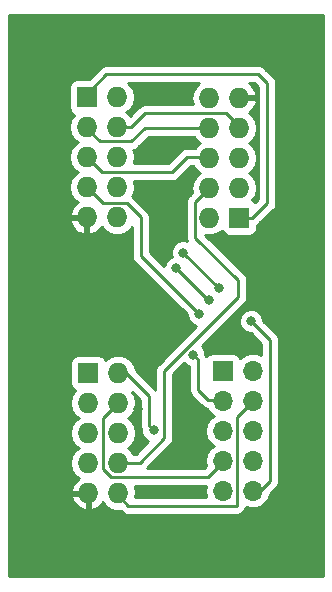
<source format=gbl>
G04 #@! TF.GenerationSoftware,KiCad,Pcbnew,5.0.2-bee76a0~70~ubuntu18.04.1*
G04 #@! TF.CreationDate,2019-12-09T23:25:51+09:00*
G04 #@! TF.ProjectId,LCD_adapter,4c43445f-6164-4617-9074-65722e6b6963,rev?*
G04 #@! TF.SameCoordinates,Original*
G04 #@! TF.FileFunction,Copper,L2,Bot*
G04 #@! TF.FilePolarity,Positive*
%FSLAX46Y46*%
G04 Gerber Fmt 4.6, Leading zero omitted, Abs format (unit mm)*
G04 Created by KiCad (PCBNEW 5.0.2-bee76a0~70~ubuntu18.04.1) date Mon 09 Dec 2019 11:25:51 PM JST*
%MOMM*%
%LPD*%
G01*
G04 APERTURE LIST*
G04 #@! TA.AperFunction,ComponentPad*
%ADD10R,1.727200X1.727200*%
G04 #@! TD*
G04 #@! TA.AperFunction,ComponentPad*
%ADD11O,1.727200X1.727200*%
G04 #@! TD*
G04 #@! TA.AperFunction,ComponentPad*
%ADD12R,1.700000X1.700000*%
G04 #@! TD*
G04 #@! TA.AperFunction,ComponentPad*
%ADD13O,1.700000X1.700000*%
G04 #@! TD*
G04 #@! TA.AperFunction,ViaPad*
%ADD14C,0.800000*%
G04 #@! TD*
G04 #@! TA.AperFunction,Conductor*
%ADD15C,0.250000*%
G04 #@! TD*
G04 #@! TA.AperFunction,Conductor*
%ADD16C,0.254000*%
G04 #@! TD*
G04 APERTURE END LIST*
D10*
G04 #@! TO.P,J2,1*
G04 #@! TO.N,BEEPER*
X89300000Y-88700000D03*
D11*
G04 #@! TO.P,J2,2*
G04 #@! TO.N,BTN_ENC*
X91840000Y-88700000D03*
G04 #@! TO.P,J2,3*
G04 #@! TO.N,LCD_EN*
X89300000Y-91240000D03*
G04 #@! TO.P,J2,4*
G04 #@! TO.N,LCD_RS*
X91840000Y-91240000D03*
G04 #@! TO.P,J2,5*
G04 #@! TO.N,LCD_D4*
X89300000Y-93780000D03*
G04 #@! TO.P,J2,6*
G04 #@! TO.N,LCD_D5*
X91840000Y-93780000D03*
G04 #@! TO.P,J2,7*
G04 #@! TO.N,LCD_D6*
X89300000Y-96320000D03*
G04 #@! TO.P,J2,8*
G04 #@! TO.N,LCD_D7*
X91840000Y-96320000D03*
G04 #@! TO.P,J2,9*
G04 #@! TO.N,GND*
X89300000Y-98860000D03*
G04 #@! TO.P,J2,10*
G04 #@! TO.N,+5V*
X91840000Y-98860000D03*
G04 #@! TD*
G04 #@! TO.P,J3,10*
G04 #@! TO.N,KILL*
X91940000Y-122210000D03*
G04 #@! TO.P,J3,9*
G04 #@! TO.N,GND*
X89400000Y-122210000D03*
G04 #@! TO.P,J3,8*
G04 #@! TO.N,EN*
X91940000Y-119670000D03*
G04 #@! TO.P,J3,7*
G04 #@! TO.N,SD_DET*
X89400000Y-119670000D03*
G04 #@! TO.P,J3,6*
G04 #@! TO.N,MOSI*
X91940000Y-117130000D03*
G04 #@! TO.P,J3,5*
G04 #@! TO.N,BTN_EN1*
X89400000Y-117130000D03*
G04 #@! TO.P,J3,4*
G04 #@! TO.N,SS*
X91940000Y-114590000D03*
G04 #@! TO.P,J3,3*
G04 #@! TO.N,BTN_EN2*
X89400000Y-114590000D03*
G04 #@! TO.P,J3,2*
G04 #@! TO.N,SCK*
X91940000Y-112050000D03*
D10*
G04 #@! TO.P,J3,1*
G04 #@! TO.N,MISO*
X89400000Y-112050000D03*
G04 #@! TD*
G04 #@! TO.P,J5,1*
G04 #@! TO.N,BEEPER*
X102200000Y-98900000D03*
D11*
G04 #@! TO.P,J5,2*
G04 #@! TO.N,BTN_ENC*
X99660000Y-98900000D03*
G04 #@! TO.P,J5,3*
G04 #@! TO.N,BTN_EN1*
X102200000Y-96360000D03*
G04 #@! TO.P,J5,4*
G04 #@! TO.N,EN*
X99660000Y-96360000D03*
G04 #@! TO.P,J5,5*
G04 #@! TO.N,BTN_EN2*
X102200000Y-93820000D03*
G04 #@! TO.P,J5,6*
G04 #@! TO.N,LCD_D4*
X99660000Y-93820000D03*
G04 #@! TO.P,J5,7*
G04 #@! TO.N,LCD_RS*
X102200000Y-91280000D03*
G04 #@! TO.P,J5,8*
G04 #@! TO.N,LCD_EN*
X99660000Y-91280000D03*
G04 #@! TO.P,J5,9*
G04 #@! TO.N,GND*
X102200000Y-88740000D03*
G04 #@! TO.P,J5,10*
G04 #@! TO.N,+5V*
X99660000Y-88740000D03*
G04 #@! TD*
D12*
G04 #@! TO.P,J6,1*
G04 #@! TO.N,MOSI*
X100800000Y-111850000D03*
D13*
G04 #@! TO.P,J6,2*
G04 #@! TO.N,N/C*
X103340000Y-111850000D03*
G04 #@! TO.P,J6,3*
G04 #@! TO.N,MISO*
X100800000Y-114390000D03*
G04 #@! TO.P,J6,4*
G04 #@! TO.N,KILL*
X103340000Y-114390000D03*
G04 #@! TO.P,J6,5*
G04 #@! TO.N,SCK*
X100800000Y-116930000D03*
G04 #@! TO.P,J6,6*
G04 #@! TO.N,LCD_D5*
X103340000Y-116930000D03*
G04 #@! TO.P,J6,7*
G04 #@! TO.N,SS*
X100800000Y-119470000D03*
G04 #@! TO.P,J6,8*
G04 #@! TO.N,LCD_D6*
X103340000Y-119470000D03*
G04 #@! TO.P,J6,9*
G04 #@! TO.N,SD_DET*
X100800000Y-122010000D03*
G04 #@! TO.P,J6,10*
G04 #@! TO.N,LCD_D7*
X103340000Y-122010000D03*
G04 #@! TD*
D14*
G04 #@! TO.N,GND*
X97550000Y-92650000D03*
X94300000Y-93100000D03*
X97550000Y-96300000D03*
X97600000Y-88150000D03*
X95150000Y-88200000D03*
X90700000Y-109100000D03*
X95900000Y-109050000D03*
X94250000Y-112100000D03*
X93650000Y-115100000D03*
X93600000Y-118250000D03*
X94800000Y-122200000D03*
X96350000Y-119750000D03*
X97450000Y-115450000D03*
X96050000Y-98750000D03*
X96400000Y-124850000D03*
X92450000Y-105550000D03*
X100850000Y-85750000D03*
X93850000Y-96800000D03*
X103050000Y-109450000D03*
G04 #@! TO.N,LCD_D5*
X97450000Y-101850000D03*
X100450000Y-104850000D03*
G04 #@! TO.N,LCD_D6*
X98800000Y-107050000D03*
G04 #@! TO.N,LCD_D7*
X96850000Y-103150000D03*
X99600000Y-105850000D03*
X103200000Y-107650000D03*
G04 #@! TO.N,SCK*
X94950000Y-116900000D03*
G04 #@! TO.N,MISO*
X98300000Y-110500000D03*
G04 #@! TD*
D15*
G04 #@! TO.N,GND*
X90700000Y-107300000D02*
X92450000Y-105550000D01*
X90700000Y-109100000D02*
X90700000Y-107300000D01*
X93650000Y-118200000D02*
X93600000Y-118250000D01*
X93650000Y-115100000D02*
X93650000Y-118200000D01*
X96350000Y-119750000D02*
X97500000Y-118600000D01*
X97450000Y-118550000D02*
X97450000Y-115450000D01*
X97500000Y-118600000D02*
X97450000Y-118550000D01*
X97100000Y-93100000D02*
X97550000Y-92650000D01*
X94300000Y-93100000D02*
X97100000Y-93100000D01*
X97550000Y-97250000D02*
X97550000Y-96300000D01*
X96050000Y-98750000D02*
X97550000Y-97250000D01*
G04 #@! TO.N,BEEPER*
X103313600Y-98900000D02*
X104550000Y-97663600D01*
X102200000Y-98900000D02*
X103313600Y-98900000D01*
X104550000Y-97663600D02*
X104550000Y-87500000D01*
X104550000Y-87500000D02*
X103800000Y-86750000D01*
X103800000Y-86750000D02*
X90950000Y-86750000D01*
X90950000Y-86750000D02*
X89400000Y-88300000D01*
X89400000Y-88300000D02*
X89400000Y-88750000D01*
G04 #@! TO.N,LCD_EN*
X99660000Y-91280000D02*
X94220000Y-91280000D01*
X93071399Y-92428601D02*
X90421399Y-92428601D01*
X94220000Y-91280000D02*
X93071399Y-92428601D01*
X90421399Y-92428601D02*
X89342798Y-91350000D01*
X89342798Y-91350000D02*
X89250000Y-91350000D01*
G04 #@! TO.N,LCD_RS*
X93061314Y-91240000D02*
X94251314Y-90050000D01*
X91840000Y-91240000D02*
X93061314Y-91240000D01*
X94251314Y-90050000D02*
X101100000Y-90050000D01*
X101100000Y-90050000D02*
X102100000Y-91050000D01*
G04 #@! TO.N,LCD_D4*
X89300000Y-93780000D02*
X90570000Y-95050000D01*
X90570000Y-95050000D02*
X96500000Y-95050000D01*
X96500000Y-95050000D02*
X97800000Y-93750000D01*
X97800000Y-93750000D02*
X99550000Y-93750000D01*
G04 #@! TO.N,LCD_D5*
X97450000Y-101850000D02*
X100450000Y-104850000D01*
G04 #@! TO.N,LCD_D6*
X90651399Y-97671399D02*
X92671399Y-97671399D01*
X89300000Y-96320000D02*
X90651399Y-97671399D01*
X92671399Y-97671399D02*
X93850000Y-98850000D01*
X93850000Y-98850000D02*
X93850000Y-102100000D01*
X93850000Y-102100000D02*
X98800000Y-107050000D01*
G04 #@! TO.N,LCD_D7*
X96850000Y-103150000D02*
X99550000Y-105850000D01*
X99550000Y-105850000D02*
X99600000Y-105850000D01*
X103200000Y-107650000D02*
X104800000Y-109250000D01*
X104800000Y-109250000D02*
X104800000Y-121200000D01*
X104800000Y-121200000D02*
X103950000Y-122050000D01*
X103950000Y-122050000D02*
X103550000Y-122050000D01*
G04 #@! TO.N,KILL*
X101975001Y-115754999D02*
X101975001Y-123274999D01*
X103340000Y-114390000D02*
X101975001Y-115754999D01*
X101975001Y-123274999D02*
X92774999Y-123274999D01*
X92774999Y-123274999D02*
X92000000Y-122500000D01*
G04 #@! TO.N,EN*
X98471399Y-97548601D02*
X98471399Y-100578601D01*
X99660000Y-96360000D02*
X98471399Y-97548601D01*
X98471399Y-100578601D02*
X102092798Y-104200000D01*
X102092798Y-104200000D02*
X102092798Y-105607202D01*
X102092798Y-105607202D02*
X95850000Y-111850000D01*
X95850000Y-111850000D02*
X95850000Y-117550000D01*
X95850000Y-117550000D02*
X93750000Y-119650000D01*
X93750000Y-119650000D02*
X92100000Y-119650000D01*
G04 #@! TO.N,SS*
X91940000Y-114590000D02*
X90650000Y-115880000D01*
X91369471Y-120858601D02*
X99541399Y-120858601D01*
X90650000Y-115880000D02*
X90650000Y-120139130D01*
X90650000Y-120139130D02*
X91369471Y-120858601D01*
X99541399Y-120858601D02*
X100750000Y-119650000D01*
G04 #@! TO.N,SCK*
X94550001Y-116500001D02*
X94550001Y-114000001D01*
X94950000Y-116900000D02*
X94550001Y-116500001D01*
X94550001Y-114000001D02*
X92450000Y-111900000D01*
X92450000Y-111900000D02*
X92100000Y-111900000D01*
X92100000Y-111900000D02*
X92200000Y-112000000D01*
G04 #@! TO.N,MISO*
X98699999Y-110899999D02*
X98699999Y-113449999D01*
X98300000Y-110500000D02*
X98699999Y-110899999D01*
X98699999Y-113449999D02*
X99550000Y-114300000D01*
X99550000Y-114300000D02*
X100650000Y-114300000D01*
G04 #@! TD*
D16*
G04 #@! TO.N,GND*
G36*
X109265001Y-129265000D02*
X82735000Y-129265000D01*
X82735000Y-122569026D01*
X87945042Y-122569026D01*
X88117312Y-122984947D01*
X88511510Y-123416821D01*
X89040973Y-123664968D01*
X89273000Y-123544469D01*
X89273000Y-122337000D01*
X88066183Y-122337000D01*
X87945042Y-122569026D01*
X82735000Y-122569026D01*
X82735000Y-99219026D01*
X87845042Y-99219026D01*
X88017312Y-99634947D01*
X88411510Y-100066821D01*
X88940973Y-100314968D01*
X89173000Y-100194469D01*
X89173000Y-98987000D01*
X87966183Y-98987000D01*
X87845042Y-99219026D01*
X82735000Y-99219026D01*
X82735000Y-91240000D01*
X87772041Y-91240000D01*
X87888350Y-91824725D01*
X88219570Y-92320430D01*
X88503281Y-92510000D01*
X88219570Y-92699570D01*
X87888350Y-93195275D01*
X87772041Y-93780000D01*
X87888350Y-94364725D01*
X88219570Y-94860430D01*
X88503281Y-95050000D01*
X88219570Y-95239570D01*
X87888350Y-95735275D01*
X87772041Y-96320000D01*
X87888350Y-96904725D01*
X88219570Y-97400430D01*
X88521021Y-97601854D01*
X88411510Y-97653179D01*
X88017312Y-98085053D01*
X87845042Y-98500974D01*
X87966183Y-98733000D01*
X89173000Y-98733000D01*
X89173000Y-98713000D01*
X89427000Y-98713000D01*
X89427000Y-98733000D01*
X89447000Y-98733000D01*
X89447000Y-98987000D01*
X89427000Y-98987000D01*
X89427000Y-100194469D01*
X89659027Y-100314968D01*
X90188490Y-100066821D01*
X90566963Y-99652174D01*
X90759570Y-99940430D01*
X91255275Y-100271650D01*
X91692402Y-100358600D01*
X91987598Y-100358600D01*
X92424725Y-100271650D01*
X92920430Y-99940430D01*
X93090000Y-99686651D01*
X93090001Y-102025148D01*
X93075112Y-102100000D01*
X93090001Y-102174852D01*
X93134097Y-102396537D01*
X93302072Y-102647929D01*
X93365528Y-102690329D01*
X97765000Y-107089802D01*
X97765000Y-107255874D01*
X97922569Y-107636280D01*
X98213720Y-107927431D01*
X98555993Y-108069205D01*
X95365530Y-111259669D01*
X95302071Y-111302071D01*
X95134096Y-111553464D01*
X95090000Y-111775149D01*
X95090000Y-111775153D01*
X95075112Y-111850000D01*
X95090000Y-111924847D01*
X95090000Y-113446774D01*
X95034474Y-113409672D01*
X93416599Y-111791798D01*
X93351650Y-111465275D01*
X93020430Y-110969570D01*
X92524725Y-110638350D01*
X92087598Y-110551400D01*
X91792402Y-110551400D01*
X91355275Y-110638350D01*
X90866932Y-110964651D01*
X90861757Y-110938635D01*
X90721409Y-110728591D01*
X90511365Y-110588243D01*
X90263600Y-110538960D01*
X88536400Y-110538960D01*
X88288635Y-110588243D01*
X88078591Y-110728591D01*
X87938243Y-110938635D01*
X87888960Y-111186400D01*
X87888960Y-112913600D01*
X87938243Y-113161365D01*
X88078591Y-113371409D01*
X88288635Y-113511757D01*
X88314651Y-113516932D01*
X87988350Y-114005275D01*
X87872041Y-114590000D01*
X87988350Y-115174725D01*
X88319570Y-115670430D01*
X88603281Y-115860000D01*
X88319570Y-116049570D01*
X87988350Y-116545275D01*
X87872041Y-117130000D01*
X87988350Y-117714725D01*
X88319570Y-118210430D01*
X88603281Y-118400000D01*
X88319570Y-118589570D01*
X87988350Y-119085275D01*
X87872041Y-119670000D01*
X87988350Y-120254725D01*
X88319570Y-120750430D01*
X88621021Y-120951854D01*
X88511510Y-121003179D01*
X88117312Y-121435053D01*
X87945042Y-121850974D01*
X88066183Y-122083000D01*
X89273000Y-122083000D01*
X89273000Y-122063000D01*
X89527000Y-122063000D01*
X89527000Y-122083000D01*
X89547000Y-122083000D01*
X89547000Y-122337000D01*
X89527000Y-122337000D01*
X89527000Y-123544469D01*
X89759027Y-123664968D01*
X90288490Y-123416821D01*
X90666963Y-123002174D01*
X90859570Y-123290430D01*
X91355275Y-123621650D01*
X91792402Y-123708600D01*
X92087598Y-123708600D01*
X92126133Y-123700935D01*
X92184670Y-123759472D01*
X92227070Y-123822928D01*
X92478462Y-123990903D01*
X92700147Y-124034999D01*
X92700151Y-124034999D01*
X92774998Y-124049887D01*
X92849845Y-124034999D01*
X101900149Y-124034999D01*
X101975001Y-124049888D01*
X102271538Y-123990903D01*
X102522930Y-123822928D01*
X102690905Y-123571536D01*
X102727645Y-123386831D01*
X102760582Y-123408839D01*
X103193744Y-123495000D01*
X103486256Y-123495000D01*
X103919418Y-123408839D01*
X104410625Y-123080625D01*
X104738839Y-122589418D01*
X104801772Y-122273029D01*
X105284473Y-121790329D01*
X105347929Y-121747929D01*
X105515904Y-121496537D01*
X105560000Y-121274852D01*
X105560000Y-121274848D01*
X105574888Y-121200000D01*
X105560000Y-121125152D01*
X105560000Y-109324848D01*
X105574888Y-109250000D01*
X105560000Y-109175152D01*
X105560000Y-109175148D01*
X105515904Y-108953463D01*
X105515904Y-108953462D01*
X105390329Y-108765527D01*
X105347929Y-108702071D01*
X105284473Y-108659671D01*
X104235000Y-107610199D01*
X104235000Y-107444126D01*
X104077431Y-107063720D01*
X103786280Y-106772569D01*
X103405874Y-106615000D01*
X102994126Y-106615000D01*
X102613720Y-106772569D01*
X102322569Y-107063720D01*
X102165000Y-107444126D01*
X102165000Y-107855874D01*
X102322569Y-108236280D01*
X102613720Y-108527431D01*
X102994126Y-108685000D01*
X103160199Y-108685000D01*
X104040000Y-109564802D01*
X104040000Y-110531731D01*
X103919418Y-110451161D01*
X103486256Y-110365000D01*
X103193744Y-110365000D01*
X102760582Y-110451161D01*
X102269375Y-110779375D01*
X102257184Y-110797619D01*
X102248157Y-110752235D01*
X102107809Y-110542191D01*
X101897765Y-110401843D01*
X101650000Y-110352560D01*
X99950000Y-110352560D01*
X99702235Y-110401843D01*
X99492191Y-110542191D01*
X99424012Y-110644228D01*
X99415903Y-110603462D01*
X99335000Y-110482382D01*
X99335000Y-110294126D01*
X99177431Y-109913720D01*
X99019256Y-109755545D01*
X102577271Y-106197531D01*
X102640727Y-106155131D01*
X102808702Y-105903739D01*
X102852798Y-105682054D01*
X102852798Y-105682050D01*
X102867686Y-105607202D01*
X102852798Y-105532354D01*
X102852798Y-104274848D01*
X102867686Y-104200000D01*
X102852798Y-104125152D01*
X102852798Y-104125148D01*
X102808702Y-103903463D01*
X102640727Y-103652071D01*
X102577271Y-103609671D01*
X99329896Y-100362297D01*
X99512402Y-100398600D01*
X99807598Y-100398600D01*
X100244725Y-100311650D01*
X100733068Y-99985349D01*
X100738243Y-100011365D01*
X100878591Y-100221409D01*
X101088635Y-100361757D01*
X101336400Y-100411040D01*
X103063600Y-100411040D01*
X103311365Y-100361757D01*
X103521409Y-100221409D01*
X103661757Y-100011365D01*
X103711040Y-99763600D01*
X103711040Y-99548483D01*
X103861529Y-99447929D01*
X103903931Y-99384470D01*
X105034473Y-98253929D01*
X105097929Y-98211529D01*
X105214947Y-98036400D01*
X105265904Y-97960138D01*
X105288779Y-97845138D01*
X105310000Y-97738452D01*
X105310000Y-97738448D01*
X105324888Y-97663600D01*
X105310000Y-97588752D01*
X105310000Y-87574846D01*
X105324888Y-87499999D01*
X105310000Y-87425152D01*
X105310000Y-87425148D01*
X105265904Y-87203463D01*
X105097929Y-86952071D01*
X105034473Y-86909671D01*
X104390331Y-86265530D01*
X104347929Y-86202071D01*
X104096537Y-86034096D01*
X103874852Y-85990000D01*
X103874847Y-85990000D01*
X103800000Y-85975112D01*
X103725153Y-85990000D01*
X91024846Y-85990000D01*
X90949999Y-85975112D01*
X90875152Y-85990000D01*
X90875148Y-85990000D01*
X90653463Y-86034096D01*
X90402071Y-86202071D01*
X90359671Y-86265527D01*
X89436239Y-87188960D01*
X88436400Y-87188960D01*
X88188635Y-87238243D01*
X87978591Y-87378591D01*
X87838243Y-87588635D01*
X87788960Y-87836400D01*
X87788960Y-89563600D01*
X87838243Y-89811365D01*
X87978591Y-90021409D01*
X88188635Y-90161757D01*
X88214651Y-90166932D01*
X87888350Y-90655275D01*
X87772041Y-91240000D01*
X82735000Y-91240000D01*
X82735000Y-81735000D01*
X109265000Y-81735000D01*
X109265001Y-129265000D01*
X109265001Y-129265000D01*
G37*
X109265001Y-129265000D02*
X82735000Y-129265000D01*
X82735000Y-122569026D01*
X87945042Y-122569026D01*
X88117312Y-122984947D01*
X88511510Y-123416821D01*
X89040973Y-123664968D01*
X89273000Y-123544469D01*
X89273000Y-122337000D01*
X88066183Y-122337000D01*
X87945042Y-122569026D01*
X82735000Y-122569026D01*
X82735000Y-99219026D01*
X87845042Y-99219026D01*
X88017312Y-99634947D01*
X88411510Y-100066821D01*
X88940973Y-100314968D01*
X89173000Y-100194469D01*
X89173000Y-98987000D01*
X87966183Y-98987000D01*
X87845042Y-99219026D01*
X82735000Y-99219026D01*
X82735000Y-91240000D01*
X87772041Y-91240000D01*
X87888350Y-91824725D01*
X88219570Y-92320430D01*
X88503281Y-92510000D01*
X88219570Y-92699570D01*
X87888350Y-93195275D01*
X87772041Y-93780000D01*
X87888350Y-94364725D01*
X88219570Y-94860430D01*
X88503281Y-95050000D01*
X88219570Y-95239570D01*
X87888350Y-95735275D01*
X87772041Y-96320000D01*
X87888350Y-96904725D01*
X88219570Y-97400430D01*
X88521021Y-97601854D01*
X88411510Y-97653179D01*
X88017312Y-98085053D01*
X87845042Y-98500974D01*
X87966183Y-98733000D01*
X89173000Y-98733000D01*
X89173000Y-98713000D01*
X89427000Y-98713000D01*
X89427000Y-98733000D01*
X89447000Y-98733000D01*
X89447000Y-98987000D01*
X89427000Y-98987000D01*
X89427000Y-100194469D01*
X89659027Y-100314968D01*
X90188490Y-100066821D01*
X90566963Y-99652174D01*
X90759570Y-99940430D01*
X91255275Y-100271650D01*
X91692402Y-100358600D01*
X91987598Y-100358600D01*
X92424725Y-100271650D01*
X92920430Y-99940430D01*
X93090000Y-99686651D01*
X93090001Y-102025148D01*
X93075112Y-102100000D01*
X93090001Y-102174852D01*
X93134097Y-102396537D01*
X93302072Y-102647929D01*
X93365528Y-102690329D01*
X97765000Y-107089802D01*
X97765000Y-107255874D01*
X97922569Y-107636280D01*
X98213720Y-107927431D01*
X98555993Y-108069205D01*
X95365530Y-111259669D01*
X95302071Y-111302071D01*
X95134096Y-111553464D01*
X95090000Y-111775149D01*
X95090000Y-111775153D01*
X95075112Y-111850000D01*
X95090000Y-111924847D01*
X95090000Y-113446774D01*
X95034474Y-113409672D01*
X93416599Y-111791798D01*
X93351650Y-111465275D01*
X93020430Y-110969570D01*
X92524725Y-110638350D01*
X92087598Y-110551400D01*
X91792402Y-110551400D01*
X91355275Y-110638350D01*
X90866932Y-110964651D01*
X90861757Y-110938635D01*
X90721409Y-110728591D01*
X90511365Y-110588243D01*
X90263600Y-110538960D01*
X88536400Y-110538960D01*
X88288635Y-110588243D01*
X88078591Y-110728591D01*
X87938243Y-110938635D01*
X87888960Y-111186400D01*
X87888960Y-112913600D01*
X87938243Y-113161365D01*
X88078591Y-113371409D01*
X88288635Y-113511757D01*
X88314651Y-113516932D01*
X87988350Y-114005275D01*
X87872041Y-114590000D01*
X87988350Y-115174725D01*
X88319570Y-115670430D01*
X88603281Y-115860000D01*
X88319570Y-116049570D01*
X87988350Y-116545275D01*
X87872041Y-117130000D01*
X87988350Y-117714725D01*
X88319570Y-118210430D01*
X88603281Y-118400000D01*
X88319570Y-118589570D01*
X87988350Y-119085275D01*
X87872041Y-119670000D01*
X87988350Y-120254725D01*
X88319570Y-120750430D01*
X88621021Y-120951854D01*
X88511510Y-121003179D01*
X88117312Y-121435053D01*
X87945042Y-121850974D01*
X88066183Y-122083000D01*
X89273000Y-122083000D01*
X89273000Y-122063000D01*
X89527000Y-122063000D01*
X89527000Y-122083000D01*
X89547000Y-122083000D01*
X89547000Y-122337000D01*
X89527000Y-122337000D01*
X89527000Y-123544469D01*
X89759027Y-123664968D01*
X90288490Y-123416821D01*
X90666963Y-123002174D01*
X90859570Y-123290430D01*
X91355275Y-123621650D01*
X91792402Y-123708600D01*
X92087598Y-123708600D01*
X92126133Y-123700935D01*
X92184670Y-123759472D01*
X92227070Y-123822928D01*
X92478462Y-123990903D01*
X92700147Y-124034999D01*
X92700151Y-124034999D01*
X92774998Y-124049887D01*
X92849845Y-124034999D01*
X101900149Y-124034999D01*
X101975001Y-124049888D01*
X102271538Y-123990903D01*
X102522930Y-123822928D01*
X102690905Y-123571536D01*
X102727645Y-123386831D01*
X102760582Y-123408839D01*
X103193744Y-123495000D01*
X103486256Y-123495000D01*
X103919418Y-123408839D01*
X104410625Y-123080625D01*
X104738839Y-122589418D01*
X104801772Y-122273029D01*
X105284473Y-121790329D01*
X105347929Y-121747929D01*
X105515904Y-121496537D01*
X105560000Y-121274852D01*
X105560000Y-121274848D01*
X105574888Y-121200000D01*
X105560000Y-121125152D01*
X105560000Y-109324848D01*
X105574888Y-109250000D01*
X105560000Y-109175152D01*
X105560000Y-109175148D01*
X105515904Y-108953463D01*
X105515904Y-108953462D01*
X105390329Y-108765527D01*
X105347929Y-108702071D01*
X105284473Y-108659671D01*
X104235000Y-107610199D01*
X104235000Y-107444126D01*
X104077431Y-107063720D01*
X103786280Y-106772569D01*
X103405874Y-106615000D01*
X102994126Y-106615000D01*
X102613720Y-106772569D01*
X102322569Y-107063720D01*
X102165000Y-107444126D01*
X102165000Y-107855874D01*
X102322569Y-108236280D01*
X102613720Y-108527431D01*
X102994126Y-108685000D01*
X103160199Y-108685000D01*
X104040000Y-109564802D01*
X104040000Y-110531731D01*
X103919418Y-110451161D01*
X103486256Y-110365000D01*
X103193744Y-110365000D01*
X102760582Y-110451161D01*
X102269375Y-110779375D01*
X102257184Y-110797619D01*
X102248157Y-110752235D01*
X102107809Y-110542191D01*
X101897765Y-110401843D01*
X101650000Y-110352560D01*
X99950000Y-110352560D01*
X99702235Y-110401843D01*
X99492191Y-110542191D01*
X99424012Y-110644228D01*
X99415903Y-110603462D01*
X99335000Y-110482382D01*
X99335000Y-110294126D01*
X99177431Y-109913720D01*
X99019256Y-109755545D01*
X102577271Y-106197531D01*
X102640727Y-106155131D01*
X102808702Y-105903739D01*
X102852798Y-105682054D01*
X102852798Y-105682050D01*
X102867686Y-105607202D01*
X102852798Y-105532354D01*
X102852798Y-104274848D01*
X102867686Y-104200000D01*
X102852798Y-104125152D01*
X102852798Y-104125148D01*
X102808702Y-103903463D01*
X102640727Y-103652071D01*
X102577271Y-103609671D01*
X99329896Y-100362297D01*
X99512402Y-100398600D01*
X99807598Y-100398600D01*
X100244725Y-100311650D01*
X100733068Y-99985349D01*
X100738243Y-100011365D01*
X100878591Y-100221409D01*
X101088635Y-100361757D01*
X101336400Y-100411040D01*
X103063600Y-100411040D01*
X103311365Y-100361757D01*
X103521409Y-100221409D01*
X103661757Y-100011365D01*
X103711040Y-99763600D01*
X103711040Y-99548483D01*
X103861529Y-99447929D01*
X103903931Y-99384470D01*
X105034473Y-98253929D01*
X105097929Y-98211529D01*
X105214947Y-98036400D01*
X105265904Y-97960138D01*
X105288779Y-97845138D01*
X105310000Y-97738452D01*
X105310000Y-97738448D01*
X105324888Y-97663600D01*
X105310000Y-97588752D01*
X105310000Y-87574846D01*
X105324888Y-87499999D01*
X105310000Y-87425152D01*
X105310000Y-87425148D01*
X105265904Y-87203463D01*
X105097929Y-86952071D01*
X105034473Y-86909671D01*
X104390331Y-86265530D01*
X104347929Y-86202071D01*
X104096537Y-86034096D01*
X103874852Y-85990000D01*
X103874847Y-85990000D01*
X103800000Y-85975112D01*
X103725153Y-85990000D01*
X91024846Y-85990000D01*
X90949999Y-85975112D01*
X90875152Y-85990000D01*
X90875148Y-85990000D01*
X90653463Y-86034096D01*
X90402071Y-86202071D01*
X90359671Y-86265527D01*
X89436239Y-87188960D01*
X88436400Y-87188960D01*
X88188635Y-87238243D01*
X87978591Y-87378591D01*
X87838243Y-87588635D01*
X87788960Y-87836400D01*
X87788960Y-89563600D01*
X87838243Y-89811365D01*
X87978591Y-90021409D01*
X88188635Y-90161757D01*
X88214651Y-90166932D01*
X87888350Y-90655275D01*
X87772041Y-91240000D01*
X82735000Y-91240000D01*
X82735000Y-81735000D01*
X109265000Y-81735000D01*
X109265001Y-129265000D01*
G36*
X99285908Y-122010000D02*
X99386358Y-122514999D01*
X93407291Y-122514999D01*
X93467959Y-122210000D01*
X93351650Y-121625275D01*
X93347191Y-121618601D01*
X99363762Y-121618601D01*
X99285908Y-122010000D01*
X99285908Y-122010000D01*
G37*
X99285908Y-122010000D02*
X99386358Y-122514999D01*
X93407291Y-122514999D01*
X93467959Y-122210000D01*
X93351650Y-121625275D01*
X93347191Y-121618601D01*
X99363762Y-121618601D01*
X99285908Y-122010000D01*
G36*
X97713720Y-111377431D02*
X97939999Y-111471159D01*
X97940000Y-113375147D01*
X97925111Y-113449999D01*
X97984096Y-113746536D01*
X98103442Y-113925149D01*
X98152071Y-113997928D01*
X98215527Y-114040328D01*
X98959671Y-114784473D01*
X99002071Y-114847929D01*
X99253463Y-115015904D01*
X99459622Y-115056912D01*
X99729375Y-115460625D01*
X100027761Y-115660000D01*
X99729375Y-115859375D01*
X99401161Y-116350582D01*
X99285908Y-116930000D01*
X99401161Y-117509418D01*
X99729375Y-118000625D01*
X100027761Y-118200000D01*
X99729375Y-118399375D01*
X99401161Y-118890582D01*
X99285908Y-119470000D01*
X99380359Y-119944840D01*
X99226598Y-120098601D01*
X94376200Y-120098601D01*
X96334476Y-118140327D01*
X96397929Y-118097929D01*
X96440327Y-118034476D01*
X96440329Y-118034474D01*
X96565903Y-117846538D01*
X96565904Y-117846537D01*
X96610000Y-117624852D01*
X96610000Y-117624848D01*
X96624888Y-117550001D01*
X96610000Y-117475154D01*
X96610000Y-112164801D01*
X97555545Y-111219256D01*
X97713720Y-111377431D01*
X97713720Y-111377431D01*
G37*
X97713720Y-111377431D02*
X97939999Y-111471159D01*
X97940000Y-113375147D01*
X97925111Y-113449999D01*
X97984096Y-113746536D01*
X98103442Y-113925149D01*
X98152071Y-113997928D01*
X98215527Y-114040328D01*
X98959671Y-114784473D01*
X99002071Y-114847929D01*
X99253463Y-115015904D01*
X99459622Y-115056912D01*
X99729375Y-115460625D01*
X100027761Y-115660000D01*
X99729375Y-115859375D01*
X99401161Y-116350582D01*
X99285908Y-116930000D01*
X99401161Y-117509418D01*
X99729375Y-118000625D01*
X100027761Y-118200000D01*
X99729375Y-118399375D01*
X99401161Y-118890582D01*
X99285908Y-119470000D01*
X99380359Y-119944840D01*
X99226598Y-120098601D01*
X94376200Y-120098601D01*
X96334476Y-118140327D01*
X96397929Y-118097929D01*
X96440327Y-118034476D01*
X96440329Y-118034474D01*
X96565903Y-117846538D01*
X96565904Y-117846537D01*
X96610000Y-117624852D01*
X96610000Y-117624848D01*
X96624888Y-117550001D01*
X96610000Y-117475154D01*
X96610000Y-112164801D01*
X97555545Y-111219256D01*
X97713720Y-111377431D01*
G36*
X93790002Y-114314804D02*
X93790001Y-116425154D01*
X93775113Y-116500001D01*
X93790001Y-116574848D01*
X93790001Y-116574852D01*
X93834097Y-116796537D01*
X93915000Y-116917617D01*
X93915000Y-117105874D01*
X94072569Y-117486280D01*
X94363720Y-117777431D01*
X94493861Y-117831337D01*
X93435199Y-118890000D01*
X93221171Y-118890000D01*
X93020430Y-118589570D01*
X92736719Y-118400000D01*
X93020430Y-118210430D01*
X93351650Y-117714725D01*
X93467959Y-117130000D01*
X93351650Y-116545275D01*
X93020430Y-116049570D01*
X92736719Y-115860000D01*
X93020430Y-115670430D01*
X93351650Y-115174725D01*
X93467959Y-114590000D01*
X93351650Y-114005275D01*
X93092241Y-113617042D01*
X93790002Y-114314804D01*
X93790002Y-114314804D01*
G37*
X93790002Y-114314804D02*
X93790001Y-116425154D01*
X93775113Y-116500001D01*
X93790001Y-116574848D01*
X93790001Y-116574852D01*
X93834097Y-116796537D01*
X93915000Y-116917617D01*
X93915000Y-117105874D01*
X94072569Y-117486280D01*
X94363720Y-117777431D01*
X94493861Y-117831337D01*
X93435199Y-118890000D01*
X93221171Y-118890000D01*
X93020430Y-118589570D01*
X92736719Y-118400000D01*
X93020430Y-118210430D01*
X93351650Y-117714725D01*
X93467959Y-117130000D01*
X93351650Y-116545275D01*
X93020430Y-116049570D01*
X92736719Y-115860000D01*
X93020430Y-115670430D01*
X93351650Y-115174725D01*
X93467959Y-114590000D01*
X93351650Y-114005275D01*
X93092241Y-113617042D01*
X93790002Y-114314804D01*
G36*
X98579570Y-94900430D02*
X98863281Y-95090000D01*
X98579570Y-95279570D01*
X98248350Y-95775275D01*
X98132041Y-96360000D01*
X98207225Y-96737974D01*
X97986929Y-96958270D01*
X97923470Y-97000672D01*
X97755495Y-97252065D01*
X97711399Y-97473750D01*
X97711399Y-97473754D01*
X97696511Y-97548601D01*
X97711399Y-97623448D01*
X97711400Y-100503749D01*
X97696511Y-100578601D01*
X97711400Y-100653453D01*
X97751405Y-100854570D01*
X97655874Y-100815000D01*
X97244126Y-100815000D01*
X96863720Y-100972569D01*
X96572569Y-101263720D01*
X96415000Y-101644126D01*
X96415000Y-102055874D01*
X96469459Y-102187349D01*
X96263720Y-102272569D01*
X95972569Y-102563720D01*
X95815000Y-102944126D01*
X95815000Y-102990199D01*
X94610000Y-101785199D01*
X94610000Y-98924848D01*
X94624888Y-98850000D01*
X94610000Y-98775152D01*
X94610000Y-98775148D01*
X94565904Y-98553463D01*
X94397929Y-98302071D01*
X94334473Y-98259671D01*
X93261730Y-97186929D01*
X93219328Y-97123470D01*
X93140626Y-97070883D01*
X93251650Y-96904725D01*
X93367959Y-96320000D01*
X93266514Y-95810000D01*
X96425153Y-95810000D01*
X96500000Y-95824888D01*
X96574847Y-95810000D01*
X96574852Y-95810000D01*
X96796537Y-95765904D01*
X97047929Y-95597929D01*
X97090331Y-95534470D01*
X98114802Y-94510000D01*
X98318693Y-94510000D01*
X98579570Y-94900430D01*
X98579570Y-94900430D01*
G37*
X98579570Y-94900430D02*
X98863281Y-95090000D01*
X98579570Y-95279570D01*
X98248350Y-95775275D01*
X98132041Y-96360000D01*
X98207225Y-96737974D01*
X97986929Y-96958270D01*
X97923470Y-97000672D01*
X97755495Y-97252065D01*
X97711399Y-97473750D01*
X97711399Y-97473754D01*
X97696511Y-97548601D01*
X97711399Y-97623448D01*
X97711400Y-100503749D01*
X97696511Y-100578601D01*
X97711400Y-100653453D01*
X97751405Y-100854570D01*
X97655874Y-100815000D01*
X97244126Y-100815000D01*
X96863720Y-100972569D01*
X96572569Y-101263720D01*
X96415000Y-101644126D01*
X96415000Y-102055874D01*
X96469459Y-102187349D01*
X96263720Y-102272569D01*
X95972569Y-102563720D01*
X95815000Y-102944126D01*
X95815000Y-102990199D01*
X94610000Y-101785199D01*
X94610000Y-98924848D01*
X94624888Y-98850000D01*
X94610000Y-98775152D01*
X94610000Y-98775148D01*
X94565904Y-98553463D01*
X94397929Y-98302071D01*
X94334473Y-98259671D01*
X93261730Y-97186929D01*
X93219328Y-97123470D01*
X93140626Y-97070883D01*
X93251650Y-96904725D01*
X93367959Y-96320000D01*
X93266514Y-95810000D01*
X96425153Y-95810000D01*
X96500000Y-95824888D01*
X96574847Y-95810000D01*
X96574852Y-95810000D01*
X96796537Y-95765904D01*
X97047929Y-95597929D01*
X97090331Y-95534470D01*
X98114802Y-94510000D01*
X98318693Y-94510000D01*
X98579570Y-94900430D01*
G36*
X103790001Y-87814803D02*
X103790000Y-97348798D01*
X103536950Y-97601849D01*
X103521409Y-97578591D01*
X103311365Y-97438243D01*
X103285349Y-97433068D01*
X103611650Y-96944725D01*
X103727959Y-96360000D01*
X103611650Y-95775275D01*
X103280430Y-95279570D01*
X102996719Y-95090000D01*
X103280430Y-94900430D01*
X103611650Y-94404725D01*
X103727959Y-93820000D01*
X103611650Y-93235275D01*
X103280430Y-92739570D01*
X102996719Y-92550000D01*
X103280430Y-92360430D01*
X103611650Y-91864725D01*
X103727959Y-91280000D01*
X103611650Y-90695275D01*
X103280430Y-90199570D01*
X102978979Y-89998146D01*
X103088490Y-89946821D01*
X103482688Y-89514947D01*
X103654958Y-89099026D01*
X103533817Y-88867000D01*
X102327000Y-88867000D01*
X102327000Y-88887000D01*
X102073000Y-88887000D01*
X102073000Y-88867000D01*
X102053000Y-88867000D01*
X102053000Y-88613000D01*
X102073000Y-88613000D01*
X102073000Y-88593000D01*
X102327000Y-88593000D01*
X102327000Y-88613000D01*
X103533817Y-88613000D01*
X103654958Y-88380974D01*
X103482688Y-87965053D01*
X103088490Y-87533179D01*
X103039034Y-87510000D01*
X103485199Y-87510000D01*
X103790001Y-87814803D01*
X103790001Y-87814803D01*
G37*
X103790001Y-87814803D02*
X103790000Y-97348798D01*
X103536950Y-97601849D01*
X103521409Y-97578591D01*
X103311365Y-97438243D01*
X103285349Y-97433068D01*
X103611650Y-96944725D01*
X103727959Y-96360000D01*
X103611650Y-95775275D01*
X103280430Y-95279570D01*
X102996719Y-95090000D01*
X103280430Y-94900430D01*
X103611650Y-94404725D01*
X103727959Y-93820000D01*
X103611650Y-93235275D01*
X103280430Y-92739570D01*
X102996719Y-92550000D01*
X103280430Y-92360430D01*
X103611650Y-91864725D01*
X103727959Y-91280000D01*
X103611650Y-90695275D01*
X103280430Y-90199570D01*
X102978979Y-89998146D01*
X103088490Y-89946821D01*
X103482688Y-89514947D01*
X103654958Y-89099026D01*
X103533817Y-88867000D01*
X102327000Y-88867000D01*
X102327000Y-88887000D01*
X102073000Y-88887000D01*
X102073000Y-88867000D01*
X102053000Y-88867000D01*
X102053000Y-88613000D01*
X102073000Y-88613000D01*
X102073000Y-88593000D01*
X102327000Y-88593000D01*
X102327000Y-88613000D01*
X103533817Y-88613000D01*
X103654958Y-88380974D01*
X103482688Y-87965053D01*
X103088490Y-87533179D01*
X103039034Y-87510000D01*
X103485199Y-87510000D01*
X103790001Y-87814803D01*
G36*
X98579570Y-92360430D02*
X98863281Y-92550000D01*
X98579570Y-92739570D01*
X98412238Y-92990000D01*
X97874848Y-92990000D01*
X97800000Y-92975112D01*
X97725152Y-92990000D01*
X97725148Y-92990000D01*
X97503463Y-93034096D01*
X97252071Y-93202071D01*
X97209671Y-93265527D01*
X96185199Y-94290000D01*
X93266514Y-94290000D01*
X93367959Y-93780000D01*
X93251650Y-93195275D01*
X93235349Y-93170878D01*
X93367936Y-93144505D01*
X93619328Y-92976530D01*
X93661730Y-92913071D01*
X94534802Y-92040000D01*
X98365465Y-92040000D01*
X98579570Y-92360430D01*
X98579570Y-92360430D01*
G37*
X98579570Y-92360430D02*
X98863281Y-92550000D01*
X98579570Y-92739570D01*
X98412238Y-92990000D01*
X97874848Y-92990000D01*
X97800000Y-92975112D01*
X97725152Y-92990000D01*
X97725148Y-92990000D01*
X97503463Y-93034096D01*
X97252071Y-93202071D01*
X97209671Y-93265527D01*
X96185199Y-94290000D01*
X93266514Y-94290000D01*
X93367959Y-93780000D01*
X93251650Y-93195275D01*
X93235349Y-93170878D01*
X93367936Y-93144505D01*
X93619328Y-92976530D01*
X93661730Y-92913071D01*
X94534802Y-92040000D01*
X98365465Y-92040000D01*
X98579570Y-92360430D01*
G36*
X98579570Y-87659570D02*
X98248350Y-88155275D01*
X98132041Y-88740000D01*
X98241443Y-89290000D01*
X94326160Y-89290000D01*
X94251313Y-89275112D01*
X94176466Y-89290000D01*
X94176462Y-89290000D01*
X93954777Y-89334096D01*
X93703385Y-89502071D01*
X93660985Y-89565527D01*
X92979115Y-90247398D01*
X92920430Y-90159570D01*
X92636719Y-89970000D01*
X92920430Y-89780430D01*
X93251650Y-89284725D01*
X93367959Y-88700000D01*
X93251650Y-88115275D01*
X92920430Y-87619570D01*
X92756447Y-87510000D01*
X98803417Y-87510000D01*
X98579570Y-87659570D01*
X98579570Y-87659570D01*
G37*
X98579570Y-87659570D02*
X98248350Y-88155275D01*
X98132041Y-88740000D01*
X98241443Y-89290000D01*
X94326160Y-89290000D01*
X94251313Y-89275112D01*
X94176466Y-89290000D01*
X94176462Y-89290000D01*
X93954777Y-89334096D01*
X93703385Y-89502071D01*
X93660985Y-89565527D01*
X92979115Y-90247398D01*
X92920430Y-90159570D01*
X92636719Y-89970000D01*
X92920430Y-89780430D01*
X93251650Y-89284725D01*
X93367959Y-88700000D01*
X93251650Y-88115275D01*
X92920430Y-87619570D01*
X92756447Y-87510000D01*
X98803417Y-87510000D01*
X98579570Y-87659570D01*
G04 #@! TD*
M02*

</source>
